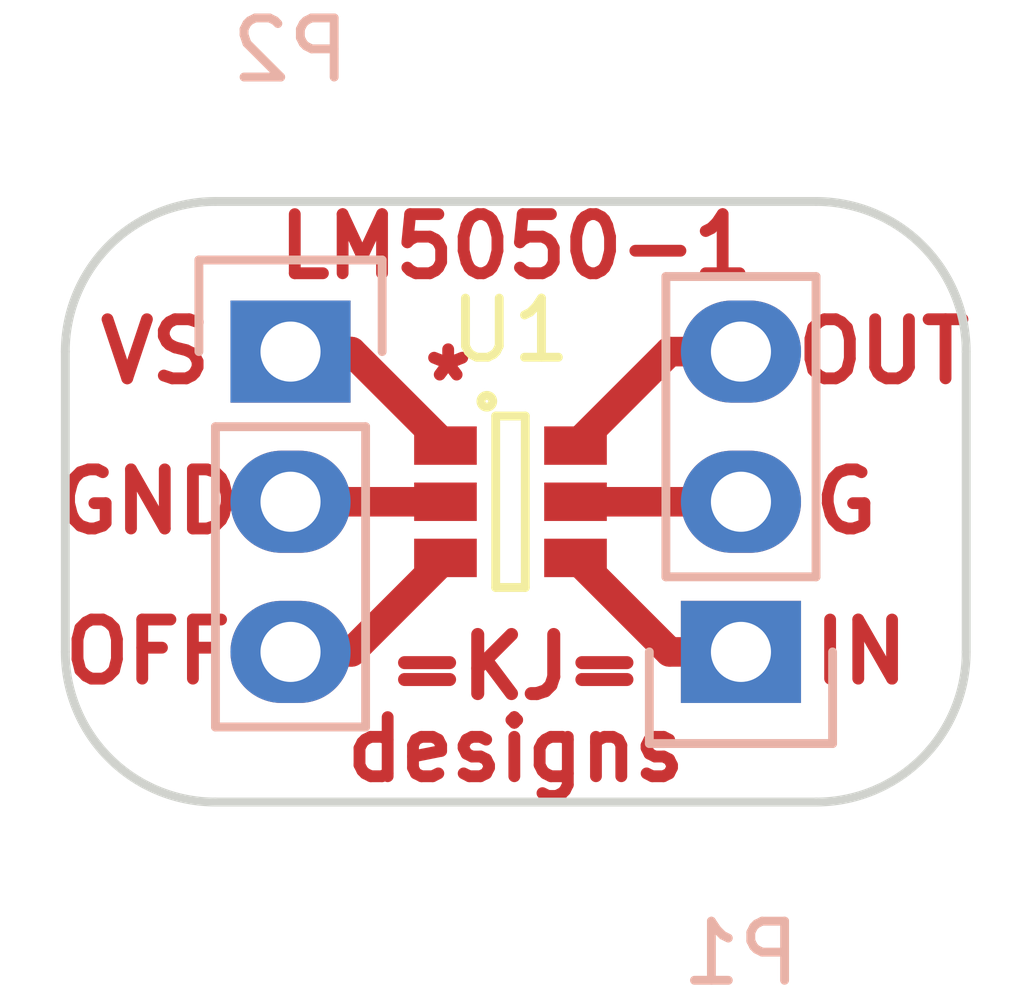
<source format=kicad_pcb>
(kicad_pcb (version 4) (host pcbnew 4.0.4-stable)

  (general
    (links 6)
    (no_connects 0)
    (area 140.894999 98.984999 156.285001 109.295001)
    (thickness 1.6)
    (drawings 18)
    (tracks 10)
    (zones 0)
    (modules 3)
    (nets 7)
  )

  (page A4)
  (layers
    (0 F.Cu signal)
    (31 B.Cu signal)
    (32 B.Adhes user)
    (33 F.Adhes user)
    (34 B.Paste user)
    (35 F.Paste user)
    (36 B.SilkS user)
    (37 F.SilkS user)
    (38 B.Mask user)
    (39 F.Mask user)
    (40 Dwgs.User user)
    (41 Cmts.User user)
    (42 Eco1.User user)
    (43 Eco2.User user)
    (44 Edge.Cuts user)
    (45 Margin user)
    (46 B.CrtYd user)
    (47 F.CrtYd user)
    (48 B.Fab user hide)
    (49 F.Fab user hide)
  )

  (setup
    (last_trace_width 0.25)
    (user_trace_width 0.3)
    (user_trace_width 0.4)
    (user_trace_width 0.5)
    (trace_clearance 0.2)
    (zone_clearance 0.508)
    (zone_45_only no)
    (trace_min 0.2)
    (segment_width 0.2)
    (edge_width 0.15)
    (via_size 0.6)
    (via_drill 0.4)
    (via_min_size 0.4)
    (via_min_drill 0.3)
    (uvia_size 0.3)
    (uvia_drill 0.1)
    (uvias_allowed no)
    (uvia_min_size 0.2)
    (uvia_min_drill 0.1)
    (pcb_text_width 0.3)
    (pcb_text_size 1.5 1.5)
    (mod_edge_width 0.15)
    (mod_text_size 1 1)
    (mod_text_width 0.15)
    (pad_size 1.524 1.524)
    (pad_drill 0.762)
    (pad_to_mask_clearance 0.2)
    (aux_axis_origin 0 0)
    (visible_elements 7FFFFFFF)
    (pcbplotparams
      (layerselection 0x00030_80000001)
      (usegerberextensions false)
      (excludeedgelayer true)
      (linewidth 0.100000)
      (plotframeref false)
      (viasonmask false)
      (mode 1)
      (useauxorigin false)
      (hpglpennumber 1)
      (hpglpenspeed 20)
      (hpglpendiameter 15)
      (hpglpenoverlay 2)
      (psnegative false)
      (psa4output false)
      (plotreference true)
      (plotvalue true)
      (plotinvisibletext false)
      (padsonsilk false)
      (subtractmaskfromsilk false)
      (outputformat 1)
      (mirror false)
      (drillshape 1)
      (scaleselection 1)
      (outputdirectory ""))
  )

  (net 0 "")
  (net 1 "Net-(P1-Pad1)")
  (net 2 "Net-(P1-Pad2)")
  (net 3 "Net-(P1-Pad3)")
  (net 4 "Net-(P2-Pad1)")
  (net 5 "Net-(P2-Pad2)")
  (net 6 "Net-(P2-Pad3)")

  (net_class Default "This is the default net class."
    (clearance 0.2)
    (trace_width 0.25)
    (via_dia 0.6)
    (via_drill 0.4)
    (uvia_dia 0.3)
    (uvia_drill 0.1)
    (add_net "Net-(P1-Pad1)")
    (add_net "Net-(P1-Pad2)")
    (add_net "Net-(P1-Pad3)")
    (add_net "Net-(P2-Pad1)")
    (add_net "Net-(P2-Pad2)")
    (add_net "Net-(P2-Pad3)")
  )

  (module Pin_Headers:Pin_Header_Straight_1x03 (layer B.Cu) (tedit 0) (tstamp 5821FB20)
    (at 152.4 106.68)
    (descr "Through hole pin header")
    (tags "pin header")
    (path /5822083A)
    (fp_text reference P1 (at 0 5.1) (layer B.SilkS)
      (effects (font (size 1 1) (thickness 0.15)) (justify mirror))
    )
    (fp_text value CONN_01X03 (at 0 3.1) (layer B.Fab)
      (effects (font (size 1 1) (thickness 0.15)) (justify mirror))
    )
    (fp_line (start -1.75 1.75) (end -1.75 -6.85) (layer B.CrtYd) (width 0.05))
    (fp_line (start 1.75 1.75) (end 1.75 -6.85) (layer B.CrtYd) (width 0.05))
    (fp_line (start -1.75 1.75) (end 1.75 1.75) (layer B.CrtYd) (width 0.05))
    (fp_line (start -1.75 -6.85) (end 1.75 -6.85) (layer B.CrtYd) (width 0.05))
    (fp_line (start -1.27 -1.27) (end -1.27 -6.35) (layer B.SilkS) (width 0.15))
    (fp_line (start -1.27 -6.35) (end 1.27 -6.35) (layer B.SilkS) (width 0.15))
    (fp_line (start 1.27 -6.35) (end 1.27 -1.27) (layer B.SilkS) (width 0.15))
    (fp_line (start 1.55 1.55) (end 1.55 0) (layer B.SilkS) (width 0.15))
    (fp_line (start 1.27 -1.27) (end -1.27 -1.27) (layer B.SilkS) (width 0.15))
    (fp_line (start -1.55 0) (end -1.55 1.55) (layer B.SilkS) (width 0.15))
    (fp_line (start -1.55 1.55) (end 1.55 1.55) (layer B.SilkS) (width 0.15))
    (pad 1 thru_hole rect (at 0 0) (size 2.032 1.7272) (drill 1.016) (layers *.Cu *.Mask)
      (net 1 "Net-(P1-Pad1)"))
    (pad 2 thru_hole oval (at 0 -2.54) (size 2.032 1.7272) (drill 1.016) (layers *.Cu *.Mask)
      (net 2 "Net-(P1-Pad2)"))
    (pad 3 thru_hole oval (at 0 -5.08) (size 2.032 1.7272) (drill 1.016) (layers *.Cu *.Mask)
      (net 3 "Net-(P1-Pad3)"))
    (model Pin_Headers.3dshapes/Pin_Header_Straight_1x03.wrl
      (at (xyz 0 -0.1 0))
      (scale (xyz 1 1 1))
      (rotate (xyz 0 0 90))
    )
  )

  (module Pin_Headers:Pin_Header_Straight_1x03 (layer B.Cu) (tedit 0) (tstamp 5821FB27)
    (at 144.78 101.6 180)
    (descr "Through hole pin header")
    (tags "pin header")
    (path /582207FF)
    (fp_text reference P2 (at 0 5.1 180) (layer B.SilkS)
      (effects (font (size 1 1) (thickness 0.15)) (justify mirror))
    )
    (fp_text value CONN_01X03 (at 0 3.1 180) (layer B.Fab)
      (effects (font (size 1 1) (thickness 0.15)) (justify mirror))
    )
    (fp_line (start -1.75 1.75) (end -1.75 -6.85) (layer B.CrtYd) (width 0.05))
    (fp_line (start 1.75 1.75) (end 1.75 -6.85) (layer B.CrtYd) (width 0.05))
    (fp_line (start -1.75 1.75) (end 1.75 1.75) (layer B.CrtYd) (width 0.05))
    (fp_line (start -1.75 -6.85) (end 1.75 -6.85) (layer B.CrtYd) (width 0.05))
    (fp_line (start -1.27 -1.27) (end -1.27 -6.35) (layer B.SilkS) (width 0.15))
    (fp_line (start -1.27 -6.35) (end 1.27 -6.35) (layer B.SilkS) (width 0.15))
    (fp_line (start 1.27 -6.35) (end 1.27 -1.27) (layer B.SilkS) (width 0.15))
    (fp_line (start 1.55 1.55) (end 1.55 0) (layer B.SilkS) (width 0.15))
    (fp_line (start 1.27 -1.27) (end -1.27 -1.27) (layer B.SilkS) (width 0.15))
    (fp_line (start -1.55 0) (end -1.55 1.55) (layer B.SilkS) (width 0.15))
    (fp_line (start -1.55 1.55) (end 1.55 1.55) (layer B.SilkS) (width 0.15))
    (pad 1 thru_hole rect (at 0 0 180) (size 2.032 1.7272) (drill 1.016) (layers *.Cu *.Mask)
      (net 4 "Net-(P2-Pad1)"))
    (pad 2 thru_hole oval (at 0 -2.54 180) (size 2.032 1.7272) (drill 1.016) (layers *.Cu *.Mask)
      (net 5 "Net-(P2-Pad2)"))
    (pad 3 thru_hole oval (at 0 -5.08 180) (size 2.032 1.7272) (drill 1.016) (layers *.Cu *.Mask)
      (net 6 "Net-(P2-Pad3)"))
    (model Pin_Headers.3dshapes/Pin_Header_Straight_1x03.wrl
      (at (xyz 0 -0.1 0))
      (scale (xyz 1 1 1))
      (rotate (xyz 0 0 90))
    )
  )

  (module TO_SOT_Packages_SMD:SOT-23-6 (layer F.Cu) (tedit 53DE8DE3) (tstamp 5821FB31)
    (at 148.5011 104.14)
    (descr "6-pin SOT-23 package")
    (tags SOT-23-6)
    (path /582207B1)
    (attr smd)
    (fp_text reference U1 (at 0 -2.9) (layer F.SilkS)
      (effects (font (size 1 1) (thickness 0.15)))
    )
    (fp_text value LM5050 (at 0 2.9) (layer F.Fab)
      (effects (font (size 1 1) (thickness 0.15)))
    )
    (fp_circle (center -0.4 -1.7) (end -0.3 -1.7) (layer F.SilkS) (width 0.15))
    (fp_line (start 0.25 -1.45) (end -0.25 -1.45) (layer F.SilkS) (width 0.15))
    (fp_line (start 0.25 1.45) (end 0.25 -1.45) (layer F.SilkS) (width 0.15))
    (fp_line (start -0.25 1.45) (end 0.25 1.45) (layer F.SilkS) (width 0.15))
    (fp_line (start -0.25 -1.45) (end -0.25 1.45) (layer F.SilkS) (width 0.15))
    (pad 1 smd rect (at -1.1 -0.95) (size 1.06 0.65) (layers F.Cu F.Paste F.Mask)
      (net 4 "Net-(P2-Pad1)"))
    (pad 2 smd rect (at -1.1 0) (size 1.06 0.65) (layers F.Cu F.Paste F.Mask)
      (net 5 "Net-(P2-Pad2)"))
    (pad 3 smd rect (at -1.1 0.95) (size 1.06 0.65) (layers F.Cu F.Paste F.Mask)
      (net 6 "Net-(P2-Pad3)"))
    (pad 4 smd rect (at 1.1 0.95) (size 1.06 0.65) (layers F.Cu F.Paste F.Mask)
      (net 1 "Net-(P1-Pad1)"))
    (pad 6 smd rect (at 1.1 -0.95) (size 1.06 0.65) (layers F.Cu F.Paste F.Mask)
      (net 3 "Net-(P1-Pad3)"))
    (pad 5 smd rect (at 1.1 0) (size 1.06 0.65) (layers F.Cu F.Paste F.Mask)
      (net 2 "Net-(P1-Pad2)"))
    (model TO_SOT_Packages_SMD.3dshapes/SOT-23-6.wrl
      (at (xyz 0 0 0))
      (scale (xyz 1 1 1))
      (rotate (xyz 0 0 0))
    )
  )

  (gr_text * (at 147.447 102.108) (layer F.Cu) (tstamp 5822205E)
    (effects (font (size 1 1) (thickness 0.2)))
  )
  (gr_text designs (at 148.59 108.331) (layer F.Cu) (tstamp 5821FD02)
    (effects (font (size 1 1) (thickness 0.2)))
  )
  (gr_text LM5050-1 (at 148.59 99.822) (layer F.Cu) (tstamp 5821FC49)
    (effects (font (size 1 1) (thickness 0.2)))
  )
  (gr_text =KJ= (at 148.59 106.934) (layer F.Cu)
    (effects (font (size 1 1) (thickness 0.22)))
  )
  (gr_text "OUT " (at 155.194 101.6) (layer F.Cu) (tstamp 5821FC14)
    (effects (font (size 1 1) (thickness 0.2)))
  )
  (gr_text G (at 154.178 104.14) (layer F.Cu) (tstamp 5821FC0B)
    (effects (font (size 1 1) (thickness 0.2)))
  )
  (gr_text "IN  " (at 155.194 106.68) (layer F.Cu) (tstamp 5821FC02)
    (effects (font (size 1 1) (thickness 0.2)))
  )
  (gr_text " OFF" (at 141.986 106.68) (layer F.Cu) (tstamp 5821FBC7)
    (effects (font (size 1 1) (thickness 0.2)))
  )
  (gr_text " GND" (at 141.986 104.14) (layer F.Cu) (tstamp 5821FBBF)
    (effects (font (size 1 1) (thickness 0.2)))
  )
  (gr_text "  VS" (at 141.732 101.6) (layer F.Cu)
    (effects (font (size 1 1) (thickness 0.2)))
  )
  (gr_arc (start 143.51 106.68) (end 143.51 109.22) (angle 90) (layer Edge.Cuts) (width 0.15) (tstamp 5821FB9F))
  (gr_arc (start 143.51 101.6) (end 140.97 101.6) (angle 90) (layer Edge.Cuts) (width 0.15) (tstamp 5821FB9D))
  (gr_arc (start 153.67 101.6) (end 153.67 99.06) (angle 90) (layer Edge.Cuts) (width 0.15) (tstamp 5821FB9B))
  (gr_arc (start 153.67 106.68) (end 156.21 106.68) (angle 90) (layer Edge.Cuts) (width 0.15))
  (gr_line (start 143.51 99.06) (end 153.67 99.06) (layer Edge.Cuts) (width 0.15))
  (gr_line (start 140.97 106.68) (end 140.97 101.6) (layer Edge.Cuts) (width 0.15))
  (gr_line (start 153.67 109.22) (end 143.51 109.22) (layer Edge.Cuts) (width 0.15))
  (gr_line (start 156.21 101.6) (end 156.21 106.68) (layer Edge.Cuts) (width 0.15))

  (segment (start 152.4 106.68) (end 151.1911 106.68) (width 0.5) (layer F.Cu) (net 1))
  (segment (start 151.1911 106.68) (end 149.6011 105.09) (width 0.5) (layer F.Cu) (net 1))
  (segment (start 152.4 104.14) (end 149.6011 104.14) (width 0.5) (layer F.Cu) (net 2))
  (segment (start 152.4 101.6) (end 151.1911 101.6) (width 0.5) (layer F.Cu) (net 3))
  (segment (start 151.1911 101.6) (end 149.6011 103.19) (width 0.5) (layer F.Cu) (net 3))
  (segment (start 144.78 101.6) (end 145.8111 101.6) (width 0.5) (layer F.Cu) (net 4))
  (segment (start 145.8111 101.6) (end 147.4011 103.19) (width 0.5) (layer F.Cu) (net 4))
  (segment (start 144.78 104.14) (end 147.4011 104.14) (width 0.5) (layer F.Cu) (net 5))
  (segment (start 144.78 106.68) (end 145.8111 106.68) (width 0.5) (layer F.Cu) (net 6))
  (segment (start 145.8111 106.68) (end 147.4011 105.09) (width 0.5) (layer F.Cu) (net 6))

)

</source>
